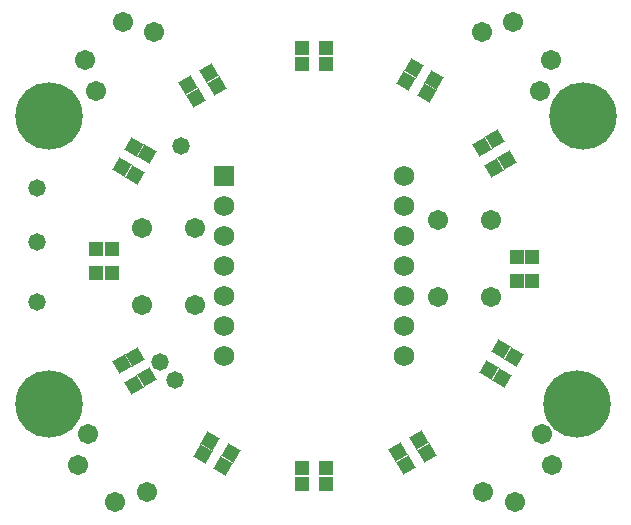
<source format=gts>
G04*
G04 #@! TF.GenerationSoftware,Altium Limited,Altium Designer,23.9.2 (47)*
G04*
G04 Layer_Color=8388736*
%FSLAX44Y44*%
%MOMM*%
G71*
G04*
G04 #@! TF.SameCoordinates,59006CB8-04EA-46C6-BC13-78CBB85C9A35*
G04*
G04*
G04 #@! TF.FilePolarity,Negative*
G04*
G01*
G75*
%ADD22P,1.7016X4X345.0*%
%ADD23P,1.7016X4X105.0*%
%ADD24R,1.2032X1.2032*%
%ADD25P,1.7016X4X375.0*%
%ADD26P,1.7016X4X255.0*%
%ADD27R,1.2032X1.2032*%
%ADD28C,5.7032*%
%ADD29C,1.7032*%
%ADD30R,1.7332X1.7332*%
%ADD31C,1.7332*%
%ADD32C,1.4732*%
D22*
X311704Y361290D02*
D03*
X300446Y354790D02*
D03*
X310596Y337210D02*
D03*
X321854Y343710D02*
D03*
X-4354Y170640D02*
D03*
X6904Y177140D02*
D03*
X17054Y159560D02*
D03*
X5796Y153060D02*
D03*
D23*
X-4354Y337360D02*
D03*
X6904Y330860D02*
D03*
X17054Y348440D02*
D03*
X5796Y354940D02*
D03*
X318054Y159410D02*
D03*
X306796Y165910D02*
D03*
X316946Y183490D02*
D03*
X328204Y176990D02*
D03*
D24*
X148600Y438300D02*
D03*
Y425300D02*
D03*
X168900D02*
D03*
Y438300D02*
D03*
X148600Y69700D02*
D03*
Y82700D02*
D03*
X168900D02*
D03*
Y69700D02*
D03*
D25*
X242920Y421458D02*
D03*
X236420Y410200D02*
D03*
X254000Y400050D02*
D03*
X260500Y411308D02*
D03*
X64160Y94696D02*
D03*
X70660Y105954D02*
D03*
X88240Y95804D02*
D03*
X81740Y84546D02*
D03*
D26*
X236420Y85100D02*
D03*
X229920Y96358D02*
D03*
X247500Y106508D02*
D03*
X254000Y95250D02*
D03*
X69700Y417658D02*
D03*
X76200Y406400D02*
D03*
X58620Y396250D02*
D03*
X52120Y407508D02*
D03*
D27*
X343200Y241300D02*
D03*
X330200D02*
D03*
Y261600D02*
D03*
X343200D02*
D03*
X-25700Y267950D02*
D03*
X-12700D02*
D03*
Y247650D02*
D03*
X-25700D02*
D03*
D28*
X386080Y381000D02*
D03*
X381000Y137160D02*
D03*
X-66040D02*
D03*
Y381000D02*
D03*
D29*
X263250Y227850D02*
D03*
X308250D02*
D03*
X263250Y292850D02*
D03*
X308250D02*
D03*
X57700Y285750D02*
D03*
X12700D02*
D03*
X57700Y220750D02*
D03*
X12700D02*
D03*
X23214Y451734D02*
D03*
X-26284Y402236D02*
D03*
X-3303Y460573D02*
D03*
X-35123Y428753D02*
D03*
X-32634Y112114D02*
D03*
X16864Y62616D02*
D03*
X-41473Y85597D02*
D03*
X-9653Y53777D02*
D03*
X301906Y62616D02*
D03*
X351404Y112114D02*
D03*
X328423Y53777D02*
D03*
X360243Y85597D02*
D03*
X350134Y402236D02*
D03*
X300636Y451734D02*
D03*
X358973Y428753D02*
D03*
X327153Y460573D02*
D03*
D30*
X82550Y330200D02*
D03*
D31*
Y304800D02*
D03*
Y279400D02*
D03*
Y254000D02*
D03*
Y228600D02*
D03*
Y203200D02*
D03*
Y177800D02*
D03*
X234950D02*
D03*
Y203200D02*
D03*
Y228600D02*
D03*
Y254000D02*
D03*
Y279400D02*
D03*
Y304800D02*
D03*
Y330200D02*
D03*
D32*
X27940Y172720D02*
D03*
X-76200Y223520D02*
D03*
Y274320D02*
D03*
Y320040D02*
D03*
X40640Y157480D02*
D03*
X45720Y355600D02*
D03*
M02*

</source>
